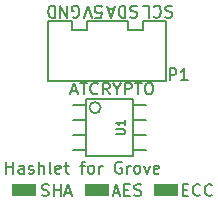
<source format=gto>
G04 (created by PCBNEW (2013-may-18)-stable) date Sat 15 Aug 2015 05:53:37 PM CST*
%MOIN*%
G04 Gerber Fmt 3.4, Leading zero omitted, Abs format*
%FSLAX34Y34*%
G01*
G70*
G90*
G04 APERTURE LIST*
%ADD10C,0.00590551*%
%ADD11C,0.00787402*%
%ADD12C,0.006*%
%ADD13C,0.005*%
%ADD14C,0.0001*%
%ADD15C,0.0059*%
G04 APERTURE END LIST*
G54D10*
G54D11*
X85191Y-58063D02*
X85322Y-58063D01*
X85378Y-58269D02*
X85191Y-58269D01*
X85191Y-57875D01*
X85378Y-57875D01*
X85772Y-58232D02*
X85753Y-58250D01*
X85697Y-58269D01*
X85659Y-58269D01*
X85603Y-58250D01*
X85566Y-58213D01*
X85547Y-58175D01*
X85528Y-58100D01*
X85528Y-58044D01*
X85547Y-57969D01*
X85566Y-57932D01*
X85603Y-57894D01*
X85659Y-57875D01*
X85697Y-57875D01*
X85753Y-57894D01*
X85772Y-57913D01*
X86166Y-58232D02*
X86147Y-58250D01*
X86091Y-58269D01*
X86053Y-58269D01*
X85997Y-58250D01*
X85959Y-58213D01*
X85941Y-58175D01*
X85922Y-58100D01*
X85922Y-58044D01*
X85941Y-57969D01*
X85959Y-57932D01*
X85997Y-57894D01*
X86053Y-57875D01*
X86091Y-57875D01*
X86147Y-57894D01*
X86166Y-57913D01*
X82887Y-58157D02*
X83074Y-58157D01*
X82849Y-58269D02*
X82980Y-57875D01*
X83112Y-58269D01*
X83243Y-58063D02*
X83374Y-58063D01*
X83430Y-58269D02*
X83243Y-58269D01*
X83243Y-57875D01*
X83430Y-57875D01*
X83580Y-58250D02*
X83637Y-58269D01*
X83730Y-58269D01*
X83768Y-58250D01*
X83787Y-58232D01*
X83805Y-58194D01*
X83805Y-58157D01*
X83787Y-58119D01*
X83768Y-58100D01*
X83730Y-58082D01*
X83655Y-58063D01*
X83618Y-58044D01*
X83599Y-58025D01*
X83580Y-57988D01*
X83580Y-57950D01*
X83599Y-57913D01*
X83618Y-57894D01*
X83655Y-57875D01*
X83749Y-57875D01*
X83805Y-57894D01*
X80496Y-58250D02*
X80553Y-58269D01*
X80646Y-58269D01*
X80684Y-58250D01*
X80703Y-58232D01*
X80721Y-58194D01*
X80721Y-58157D01*
X80703Y-58119D01*
X80684Y-58100D01*
X80646Y-58082D01*
X80571Y-58063D01*
X80534Y-58044D01*
X80515Y-58025D01*
X80496Y-57988D01*
X80496Y-57950D01*
X80515Y-57913D01*
X80534Y-57894D01*
X80571Y-57875D01*
X80665Y-57875D01*
X80721Y-57894D01*
X80890Y-58269D02*
X80890Y-57875D01*
X80890Y-58063D02*
X81115Y-58063D01*
X81115Y-58269D02*
X81115Y-57875D01*
X81284Y-58157D02*
X81471Y-58157D01*
X81246Y-58269D02*
X81377Y-57875D01*
X81509Y-58269D01*
X79310Y-57521D02*
X79310Y-57127D01*
X79310Y-57315D02*
X79535Y-57315D01*
X79535Y-57521D02*
X79535Y-57127D01*
X79891Y-57521D02*
X79891Y-57315D01*
X79872Y-57277D01*
X79835Y-57259D01*
X79760Y-57259D01*
X79722Y-57277D01*
X79891Y-57502D02*
X79853Y-57521D01*
X79760Y-57521D01*
X79722Y-57502D01*
X79703Y-57465D01*
X79703Y-57427D01*
X79722Y-57390D01*
X79760Y-57371D01*
X79853Y-57371D01*
X79891Y-57352D01*
X80059Y-57502D02*
X80097Y-57521D01*
X80172Y-57521D01*
X80209Y-57502D01*
X80228Y-57465D01*
X80228Y-57446D01*
X80209Y-57409D01*
X80172Y-57390D01*
X80116Y-57390D01*
X80078Y-57371D01*
X80059Y-57334D01*
X80059Y-57315D01*
X80078Y-57277D01*
X80116Y-57259D01*
X80172Y-57259D01*
X80209Y-57277D01*
X80397Y-57521D02*
X80397Y-57127D01*
X80566Y-57521D02*
X80566Y-57315D01*
X80547Y-57277D01*
X80509Y-57259D01*
X80453Y-57259D01*
X80416Y-57277D01*
X80397Y-57296D01*
X80809Y-57521D02*
X80772Y-57502D01*
X80753Y-57465D01*
X80753Y-57127D01*
X81109Y-57502D02*
X81072Y-57521D01*
X80997Y-57521D01*
X80959Y-57502D01*
X80941Y-57465D01*
X80941Y-57315D01*
X80959Y-57277D01*
X80997Y-57259D01*
X81072Y-57259D01*
X81109Y-57277D01*
X81128Y-57315D01*
X81128Y-57352D01*
X80941Y-57390D01*
X81241Y-57259D02*
X81391Y-57259D01*
X81297Y-57127D02*
X81297Y-57465D01*
X81316Y-57502D01*
X81353Y-57521D01*
X81391Y-57521D01*
X81766Y-57259D02*
X81916Y-57259D01*
X81822Y-57521D02*
X81822Y-57184D01*
X81841Y-57146D01*
X81878Y-57127D01*
X81916Y-57127D01*
X82103Y-57521D02*
X82065Y-57502D01*
X82047Y-57484D01*
X82028Y-57446D01*
X82028Y-57334D01*
X82047Y-57296D01*
X82065Y-57277D01*
X82103Y-57259D01*
X82159Y-57259D01*
X82197Y-57277D01*
X82215Y-57296D01*
X82234Y-57334D01*
X82234Y-57446D01*
X82215Y-57484D01*
X82197Y-57502D01*
X82159Y-57521D01*
X82103Y-57521D01*
X82403Y-57521D02*
X82403Y-57259D01*
X82403Y-57334D02*
X82422Y-57296D01*
X82440Y-57277D01*
X82478Y-57259D01*
X82515Y-57259D01*
X83153Y-57146D02*
X83115Y-57127D01*
X83059Y-57127D01*
X83003Y-57146D01*
X82965Y-57184D01*
X82947Y-57221D01*
X82928Y-57296D01*
X82928Y-57352D01*
X82947Y-57427D01*
X82965Y-57465D01*
X83003Y-57502D01*
X83059Y-57521D01*
X83097Y-57521D01*
X83153Y-57502D01*
X83172Y-57484D01*
X83172Y-57352D01*
X83097Y-57352D01*
X83340Y-57521D02*
X83340Y-57259D01*
X83340Y-57334D02*
X83359Y-57296D01*
X83378Y-57277D01*
X83415Y-57259D01*
X83453Y-57259D01*
X83640Y-57521D02*
X83603Y-57502D01*
X83584Y-57484D01*
X83565Y-57446D01*
X83565Y-57334D01*
X83584Y-57296D01*
X83603Y-57277D01*
X83640Y-57259D01*
X83697Y-57259D01*
X83734Y-57277D01*
X83753Y-57296D01*
X83772Y-57334D01*
X83772Y-57446D01*
X83753Y-57484D01*
X83734Y-57502D01*
X83697Y-57521D01*
X83640Y-57521D01*
X83903Y-57259D02*
X83997Y-57521D01*
X84090Y-57259D01*
X84390Y-57502D02*
X84353Y-57521D01*
X84278Y-57521D01*
X84240Y-57502D01*
X84221Y-57465D01*
X84221Y-57315D01*
X84240Y-57277D01*
X84278Y-57259D01*
X84353Y-57259D01*
X84390Y-57277D01*
X84409Y-57315D01*
X84409Y-57352D01*
X84221Y-57390D01*
G54D12*
X82279Y-52320D02*
X82467Y-52320D01*
X82485Y-52133D01*
X82467Y-52152D01*
X82429Y-52170D01*
X82335Y-52170D01*
X82298Y-52152D01*
X82279Y-52133D01*
X82260Y-52095D01*
X82260Y-52002D01*
X82279Y-51964D01*
X82298Y-51946D01*
X82335Y-51927D01*
X82429Y-51927D01*
X82467Y-51946D01*
X82485Y-51964D01*
X82148Y-52320D02*
X82017Y-51927D01*
X81886Y-52320D01*
X81520Y-52302D02*
X81557Y-52320D01*
X81614Y-52320D01*
X81670Y-52302D01*
X81707Y-52264D01*
X81726Y-52227D01*
X81745Y-52152D01*
X81745Y-52095D01*
X81726Y-52020D01*
X81707Y-51983D01*
X81670Y-51946D01*
X81614Y-51927D01*
X81576Y-51927D01*
X81520Y-51946D01*
X81501Y-51964D01*
X81501Y-52095D01*
X81576Y-52095D01*
X81332Y-51927D02*
X81332Y-52320D01*
X81107Y-51927D01*
X81107Y-52320D01*
X80920Y-51927D02*
X80920Y-52320D01*
X80826Y-52320D01*
X80770Y-52302D01*
X80733Y-52264D01*
X80714Y-52227D01*
X80695Y-52152D01*
X80695Y-52095D01*
X80714Y-52020D01*
X80733Y-51983D01*
X80770Y-51946D01*
X80826Y-51927D01*
X80920Y-51927D01*
X83667Y-51946D02*
X83610Y-51927D01*
X83517Y-51927D01*
X83479Y-51946D01*
X83460Y-51964D01*
X83442Y-52002D01*
X83442Y-52039D01*
X83460Y-52077D01*
X83479Y-52095D01*
X83517Y-52114D01*
X83592Y-52133D01*
X83629Y-52152D01*
X83648Y-52170D01*
X83667Y-52208D01*
X83667Y-52245D01*
X83648Y-52283D01*
X83629Y-52302D01*
X83592Y-52320D01*
X83498Y-52320D01*
X83442Y-52302D01*
X83273Y-51927D02*
X83273Y-52320D01*
X83179Y-52320D01*
X83123Y-52302D01*
X83085Y-52264D01*
X83067Y-52227D01*
X83048Y-52152D01*
X83048Y-52095D01*
X83067Y-52020D01*
X83085Y-51983D01*
X83123Y-51946D01*
X83179Y-51927D01*
X83273Y-51927D01*
X82898Y-52039D02*
X82710Y-52039D01*
X82935Y-51927D02*
X82804Y-52320D01*
X82673Y-51927D01*
X84838Y-51946D02*
X84782Y-51927D01*
X84688Y-51927D01*
X84651Y-51946D01*
X84632Y-51964D01*
X84613Y-52002D01*
X84613Y-52039D01*
X84632Y-52077D01*
X84651Y-52095D01*
X84688Y-52114D01*
X84763Y-52133D01*
X84801Y-52152D01*
X84820Y-52170D01*
X84838Y-52208D01*
X84838Y-52245D01*
X84820Y-52283D01*
X84801Y-52302D01*
X84763Y-52320D01*
X84670Y-52320D01*
X84613Y-52302D01*
X84220Y-51964D02*
X84238Y-51946D01*
X84295Y-51927D01*
X84332Y-51927D01*
X84388Y-51946D01*
X84426Y-51983D01*
X84445Y-52020D01*
X84463Y-52095D01*
X84463Y-52152D01*
X84445Y-52227D01*
X84426Y-52264D01*
X84388Y-52302D01*
X84332Y-52320D01*
X84295Y-52320D01*
X84238Y-52302D01*
X84220Y-52283D01*
X83863Y-51927D02*
X84051Y-51927D01*
X84051Y-52320D01*
G54D13*
X83535Y-55034D02*
X81975Y-55034D01*
X81975Y-55034D02*
X81975Y-56934D01*
X81975Y-56934D02*
X83535Y-56934D01*
X83535Y-56934D02*
X83535Y-55034D01*
X83535Y-55234D02*
X83965Y-55234D01*
X83535Y-55734D02*
X83965Y-55734D01*
X83535Y-56234D02*
X83965Y-56234D01*
X83965Y-56734D02*
X83535Y-56734D01*
X81975Y-56734D02*
X81545Y-56734D01*
X81545Y-56234D02*
X81975Y-56234D01*
X81545Y-55734D02*
X81975Y-55734D01*
X81545Y-55234D02*
X81975Y-55234D01*
X82451Y-55324D02*
G75*
G03X82451Y-55324I-186J0D01*
G74*
G01*
G54D10*
X80708Y-52421D02*
X80708Y-54429D01*
X80708Y-54429D02*
X84645Y-54429D01*
X84645Y-54429D02*
X84645Y-52421D01*
X84645Y-52421D02*
X83858Y-52421D01*
X83858Y-52421D02*
X83858Y-52736D01*
X83858Y-52736D02*
X83366Y-52736D01*
X83366Y-52736D02*
X83366Y-52421D01*
X83366Y-52421D02*
X81988Y-52421D01*
X81988Y-52421D02*
X81988Y-52736D01*
X81988Y-52736D02*
X81496Y-52736D01*
X81496Y-52736D02*
X81496Y-52421D01*
X81496Y-52421D02*
X80708Y-52421D01*
G54D14*
G36*
X80281Y-58270D02*
X79881Y-58270D01*
X79481Y-58270D01*
X79481Y-58070D01*
X79481Y-57870D01*
X79881Y-57870D01*
X80281Y-57870D01*
X80281Y-58070D01*
X80281Y-58270D01*
X80281Y-58270D01*
X80281Y-58270D01*
G37*
G36*
X82722Y-58270D02*
X82322Y-58270D01*
X81922Y-58270D01*
X81922Y-58070D01*
X81922Y-57870D01*
X82322Y-57870D01*
X82722Y-57870D01*
X82722Y-58070D01*
X82722Y-58270D01*
X82722Y-58270D01*
X82722Y-58270D01*
G37*
G36*
X85045Y-58270D02*
X84645Y-58270D01*
X84245Y-58270D01*
X84245Y-58070D01*
X84245Y-57870D01*
X84645Y-57870D01*
X85045Y-57870D01*
X85045Y-58070D01*
X85045Y-58270D01*
X85045Y-58270D01*
X85045Y-58270D01*
G37*
G54D15*
X82980Y-56209D02*
X83219Y-56209D01*
X83247Y-56194D01*
X83261Y-56180D01*
X83275Y-56152D01*
X83275Y-56096D01*
X83261Y-56068D01*
X83247Y-56054D01*
X83219Y-56040D01*
X82980Y-56040D01*
X83275Y-55745D02*
X83275Y-55914D01*
X83275Y-55829D02*
X82980Y-55829D01*
X83022Y-55857D01*
X83050Y-55885D01*
X83064Y-55914D01*
X81475Y-54771D02*
X81662Y-54771D01*
X81437Y-54883D02*
X81569Y-54490D01*
X81700Y-54883D01*
X81775Y-54490D02*
X82000Y-54490D01*
X81887Y-54883D02*
X81887Y-54490D01*
X82356Y-54846D02*
X82337Y-54865D01*
X82281Y-54883D01*
X82244Y-54883D01*
X82187Y-54865D01*
X82150Y-54827D01*
X82131Y-54790D01*
X82112Y-54715D01*
X82112Y-54658D01*
X82131Y-54583D01*
X82150Y-54546D01*
X82187Y-54508D01*
X82244Y-54490D01*
X82281Y-54490D01*
X82337Y-54508D01*
X82356Y-54527D01*
X82750Y-54883D02*
X82619Y-54696D01*
X82525Y-54883D02*
X82525Y-54490D01*
X82675Y-54490D01*
X82712Y-54508D01*
X82731Y-54527D01*
X82750Y-54565D01*
X82750Y-54621D01*
X82731Y-54658D01*
X82712Y-54677D01*
X82675Y-54696D01*
X82525Y-54696D01*
X82994Y-54696D02*
X82994Y-54883D01*
X82862Y-54490D02*
X82994Y-54696D01*
X83125Y-54490D01*
X83256Y-54883D02*
X83256Y-54490D01*
X83406Y-54490D01*
X83443Y-54508D01*
X83462Y-54527D01*
X83481Y-54565D01*
X83481Y-54621D01*
X83462Y-54658D01*
X83443Y-54677D01*
X83406Y-54696D01*
X83256Y-54696D01*
X83593Y-54490D02*
X83818Y-54490D01*
X83706Y-54883D02*
X83706Y-54490D01*
X84025Y-54490D02*
X84100Y-54490D01*
X84137Y-54508D01*
X84175Y-54546D01*
X84193Y-54621D01*
X84193Y-54752D01*
X84175Y-54827D01*
X84137Y-54865D01*
X84100Y-54883D01*
X84025Y-54883D01*
X83987Y-54865D01*
X83950Y-54827D01*
X83931Y-54752D01*
X83931Y-54621D01*
X83950Y-54546D01*
X83987Y-54508D01*
X84025Y-54490D01*
G54D10*
X84748Y-54411D02*
X84748Y-54017D01*
X84898Y-54017D01*
X84936Y-54036D01*
X84955Y-54055D01*
X84973Y-54092D01*
X84973Y-54148D01*
X84955Y-54186D01*
X84936Y-54205D01*
X84898Y-54223D01*
X84748Y-54223D01*
X85348Y-54411D02*
X85123Y-54411D01*
X85236Y-54411D02*
X85236Y-54017D01*
X85198Y-54073D01*
X85161Y-54111D01*
X85123Y-54130D01*
M02*

</source>
